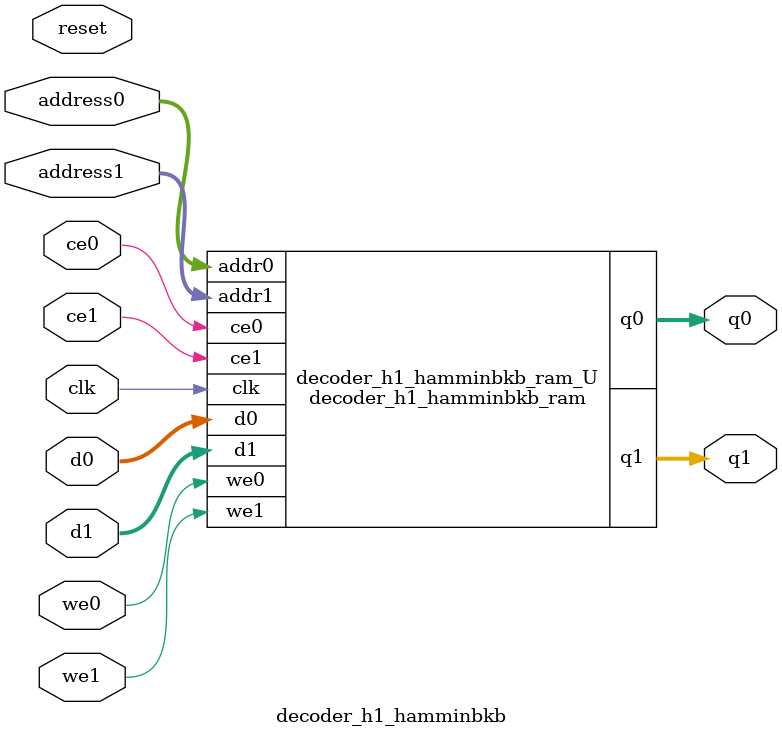
<source format=v>
`timescale 1 ns / 1 ps
module decoder_h1_hamminbkb_ram (addr0, ce0, d0, we0, q0, addr1, ce1, d1, we1, q1,  clk);

parameter DWIDTH = 8;
parameter AWIDTH = 3;
parameter MEM_SIZE = 8;

input[AWIDTH-1:0] addr0;
input ce0;
input[DWIDTH-1:0] d0;
input we0;
output reg[DWIDTH-1:0] q0;
input[AWIDTH-1:0] addr1;
input ce1;
input[DWIDTH-1:0] d1;
input we1;
output reg[DWIDTH-1:0] q1;
input clk;

(* ram_style = "block" *)reg [DWIDTH-1:0] ram[0:MEM_SIZE-1];




always @(posedge clk)  
begin 
    if (ce0) 
    begin
        if (we0) 
        begin 
            ram[addr0] <= d0; 
        end 
        q0 <= ram[addr0];
    end
end


always @(posedge clk)  
begin 
    if (ce1) 
    begin
        if (we1) 
        begin 
            ram[addr1] <= d1; 
        end 
        q1 <= ram[addr1];
    end
end


endmodule

`timescale 1 ns / 1 ps
module decoder_h1_hamminbkb(
    reset,
    clk,
    address0,
    ce0,
    we0,
    d0,
    q0,
    address1,
    ce1,
    we1,
    d1,
    q1);

parameter DataWidth = 32'd8;
parameter AddressRange = 32'd8;
parameter AddressWidth = 32'd3;
input reset;
input clk;
input[AddressWidth - 1:0] address0;
input ce0;
input we0;
input[DataWidth - 1:0] d0;
output[DataWidth - 1:0] q0;
input[AddressWidth - 1:0] address1;
input ce1;
input we1;
input[DataWidth - 1:0] d1;
output[DataWidth - 1:0] q1;



decoder_h1_hamminbkb_ram decoder_h1_hamminbkb_ram_U(
    .clk( clk ),
    .addr0( address0 ),
    .ce0( ce0 ),
    .we0( we0 ),
    .d0( d0 ),
    .q0( q0 ),
    .addr1( address1 ),
    .ce1( ce1 ),
    .we1( we1 ),
    .d1( d1 ),
    .q1( q1 ));

endmodule


</source>
